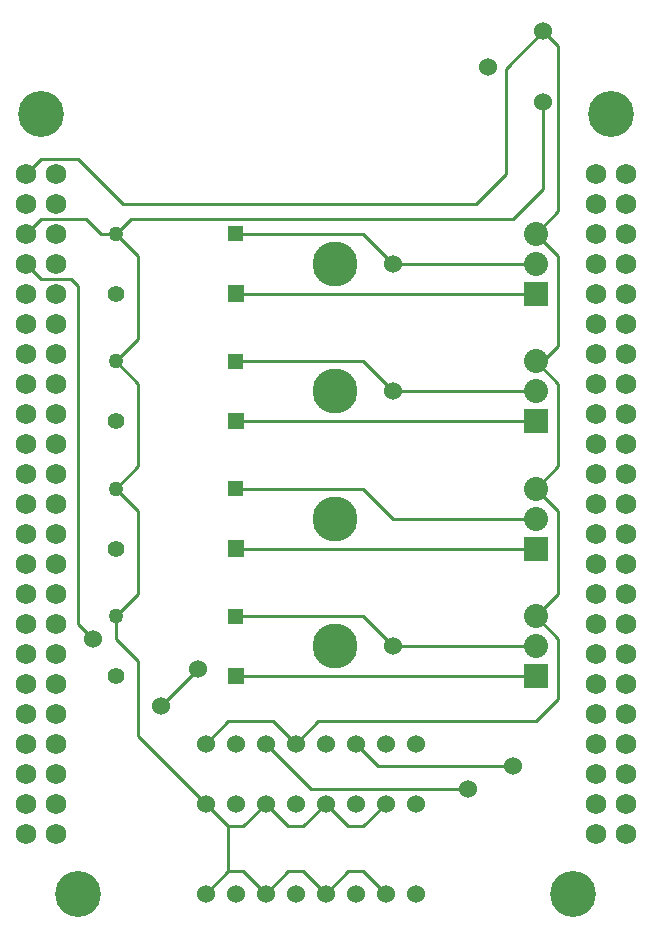
<source format=gbr>
G04 start of page 3 for group 1 idx 1 *
G04 Title: (unknown), bottom *
G04 Creator: pcb 4.0.2 *
G04 CreationDate: Fri Mar 27 01:18:50 2020 UTC *
G04 For: kevin *
G04 Format: Gerber/RS-274X *
G04 PCB-Dimensions (mil): 6000.00 5000.00 *
G04 PCB-Coordinate-Origin: lower left *
%MOIN*%
%FSLAX25Y25*%
%LNBOTTOM*%
%ADD40C,0.1250*%
%ADD39C,0.0410*%
%ADD38C,0.1300*%
%ADD37C,0.0200*%
%ADD36C,0.0300*%
%ADD35C,0.0350*%
%ADD34C,0.1530*%
%ADD33C,0.0800*%
%ADD32C,0.0600*%
%ADD31C,0.0690*%
%ADD30C,0.1500*%
%ADD29C,0.0500*%
%ADD28C,0.0550*%
%ADD27C,0.0001*%
%ADD26C,0.0110*%
G54D26*X57500Y210000D02*Y182500D01*
Y167500D02*Y140000D01*
Y117500D02*Y92500D01*
Y182500D02*X50000Y175000D01*
X57500Y167500D01*
Y140000D02*X50000Y132500D01*
Y125000D01*
X57500Y117500D01*
X37500Y242500D02*Y130000D01*
X42500Y125000D01*
X50000Y260000D02*X57500Y252500D01*
Y225000D01*
X50000Y217500D01*
X20000Y260000D02*X25000Y265000D01*
X40000D01*
X45000Y260000D01*
X50000D01*
Y217500D02*X57500Y210000D01*
X182500Y265000D02*X55000D01*
X182500D02*X192500Y275000D01*
Y303878D02*Y275000D01*
X50000Y260000D02*X55000Y265000D01*
X20000Y250000D02*X25000Y245000D01*
X35000D01*
X37500Y242500D01*
X87500Y62500D02*X92500D01*
X100000Y70000D01*
X107500Y62500D01*
X57500Y92500D02*X87500Y62500D01*
X107500D02*X112500D01*
X120000Y70000D01*
X127500Y62500D01*
X132500D01*
X140000Y70000D01*
X87500Y62500D02*Y47500D01*
X80000Y40000D01*
X87500Y47500D02*X92500D01*
X100000Y40000D01*
X107500Y47500D01*
X112500D02*X120000Y40000D01*
X127500Y47500D01*
X132500D01*
X140000Y40000D01*
X107500Y47500D02*X112500D01*
X192500Y327500D02*X197500Y322500D01*
X170000Y270000D02*X180000Y280000D01*
Y315000D01*
X190000Y260000D02*X197500Y267500D01*
X190000Y217500D02*X192500D01*
X197500Y222500D01*
X190000Y260000D02*X197500Y252500D01*
Y222500D01*
Y267500D02*Y322500D01*
X180000Y315000D02*X192500Y327500D01*
X52500Y270000D02*X170000D01*
X25000Y285000D02*X37500D01*
X52500Y270000D01*
X20000Y280000D02*X25000Y285000D01*
X197500Y167500D02*X190000Y175000D01*
X197500Y182500D01*
Y210000D01*
Y140000D02*Y167500D01*
Y210000D02*X190000Y217500D01*
X117500Y97500D02*X110000Y90000D01*
X102500Y97500D01*
X87500D01*
X80000Y90000D01*
X117500Y97500D02*X190000D01*
X197500Y105000D01*
Y125000D01*
X190000Y132500D01*
X197500Y140000D01*
X90000Y112500D02*X190000D01*
Y155000D02*X90000D01*
X190000Y122500D02*X142500D01*
X132500Y132500D01*
X190000Y165000D02*X142500D01*
X132500Y175000D01*
Y132500D02*X90000D01*
X167500Y75000D02*X115000D01*
X100000Y90000D02*X115000Y75000D01*
X137500Y82500D02*X130000Y90000D01*
X182500Y82500D02*X137500D01*
X65000Y102500D02*X77500Y115000D01*
X190000Y197500D02*X90000D01*
X190000Y207500D02*X142500D01*
X132500Y217500D01*
X90000D01*
X190000Y240000D02*X90000D01*
X190000Y250000D02*X142500D01*
X132500Y260000D01*
X90000D01*
X132500Y175000D02*X90000D01*
G54D27*G36*
X87250Y242750D02*Y237250D01*
X92750D01*
Y242750D01*
X87250D01*
G37*
G54D28*X50000Y240000D03*
G54D27*G36*
X87500Y262500D02*Y257500D01*
X92500D01*
Y262500D01*
X87500D01*
G37*
G54D29*X50000Y260000D03*
G54D27*G36*
X87250Y200250D02*Y194750D01*
X92750D01*
Y200250D01*
X87250D01*
G37*
G36*
X87500Y177500D02*Y172500D01*
X92500D01*
Y177500D01*
X87500D01*
G37*
G36*
X87250Y157750D02*Y152250D01*
X92750D01*
Y157750D01*
X87250D01*
G37*
G36*
X87500Y220000D02*Y215000D01*
X92500D01*
Y220000D01*
X87500D01*
G37*
G54D30*X123000Y165000D03*
Y207500D03*
G54D31*X30000Y280000D03*
X20000D03*
Y270000D03*
Y260000D03*
Y250000D03*
Y240000D03*
Y230000D03*
Y220000D03*
X30000Y270000D03*
Y260000D03*
Y250000D03*
Y240000D03*
Y230000D03*
Y220000D03*
G54D28*X50000Y197500D03*
G54D29*Y175000D03*
G54D28*Y155000D03*
G54D29*Y217500D03*
G54D31*X20000Y210000D03*
X30000D03*
Y200000D03*
Y190000D03*
Y180000D03*
X20000Y200000D03*
Y190000D03*
Y180000D03*
Y170000D03*
Y160000D03*
Y150000D03*
Y140000D03*
X30000Y170000D03*
Y160000D03*
Y150000D03*
Y140000D03*
G54D32*X150000Y90000D03*
G54D27*G36*
X186000Y159000D02*Y151000D01*
X194000D01*
Y159000D01*
X186000D01*
G37*
G54D33*X190000Y165000D03*
G54D27*G36*
X186000Y116500D02*Y108500D01*
X194000D01*
Y116500D01*
X186000D01*
G37*
G54D33*X190000Y122500D03*
Y132500D03*
G54D27*G36*
X87500Y135000D02*Y130000D01*
X92500D01*
Y135000D01*
X87500D01*
G37*
G36*
X87250Y115250D02*Y109750D01*
X92750D01*
Y115250D01*
X87250D01*
G37*
G54D29*X50000Y132500D03*
G54D28*Y112500D03*
G54D30*X123000Y122500D03*
G54D31*X20000Y130000D03*
X30000D03*
Y120000D03*
Y110000D03*
Y100000D03*
X20000Y120000D03*
Y110000D03*
Y100000D03*
G54D27*G36*
X186000Y244000D02*Y236000D01*
X194000D01*
Y244000D01*
X186000D01*
G37*
G54D33*X190000Y250000D03*
Y260000D03*
G54D30*X123000Y250000D03*
G54D32*X173996Y315689D03*
X192500Y303878D03*
Y327500D03*
G54D31*X210000Y270000D03*
G54D34*X25000Y300000D03*
X215000D03*
G54D31*X210000Y280000D03*
G54D32*X80000Y90000D03*
X90000D03*
X100000D03*
X120000Y40000D03*
X130000D03*
X110000D03*
X100000D03*
X90000D03*
X80000D03*
X110000Y70000D03*
X100000D03*
X90000D03*
X80000D03*
G54D31*X30000Y60000D03*
Y70000D03*
G54D34*X37500Y40000D03*
G54D31*X20000Y60000D03*
Y70000D03*
Y90000D03*
Y80000D03*
X30000Y90000D03*
Y80000D03*
G54D32*X110000Y90000D03*
X120000D03*
X130000D03*
X140000D03*
X150000Y40000D03*
Y70000D03*
X140000Y40000D03*
X120000Y70000D03*
X140000D03*
X130000D03*
G54D31*X210000Y60000D03*
Y90000D03*
Y80000D03*
Y70000D03*
G54D34*X202500Y40000D03*
G54D31*X220000Y60000D03*
Y70000D03*
Y80000D03*
Y90000D03*
G54D33*X190000Y175000D03*
G54D27*G36*
X186000Y201500D02*Y193500D01*
X194000D01*
Y201500D01*
X186000D01*
G37*
G54D33*X190000Y207500D03*
Y217500D03*
G54D31*X220000Y280000D03*
Y260000D03*
Y250000D03*
Y270000D03*
X210000Y260000D03*
Y250000D03*
Y240000D03*
Y230000D03*
Y220000D03*
Y210000D03*
Y200000D03*
X220000Y180000D03*
Y190000D03*
Y200000D03*
Y210000D03*
Y220000D03*
Y230000D03*
Y240000D03*
X210000Y190000D03*
Y180000D03*
Y170000D03*
Y160000D03*
X220000Y140000D03*
Y150000D03*
Y160000D03*
Y170000D03*
X210000Y150000D03*
Y140000D03*
Y130000D03*
Y120000D03*
Y110000D03*
X220000D03*
X210000Y100000D03*
X220000D03*
Y120000D03*
Y130000D03*
G54D32*X142500Y122500D03*
Y207500D03*
X42500Y125000D03*
X142500Y250000D03*
X77500Y115000D03*
X182500Y82500D03*
X167500Y75000D03*
X65000Y102500D03*
G54D35*G54D36*G54D37*G54D36*G54D37*G54D36*G54D37*G54D38*G54D39*G54D36*G54D37*G54D36*G54D37*G54D39*G54D35*G54D32*G54D37*G54D36*G54D37*G54D36*G54D38*G54D39*G54D32*G54D38*G54D35*G54D39*G54D40*G54D39*G54D35*G54D39*G54D40*G54D39*G54D35*G54D39*G54D40*G54D39*G54D32*G54D39*M02*

</source>
